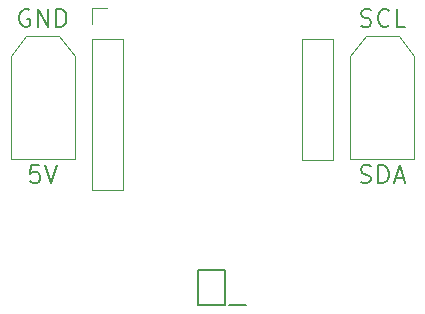
<source format=gbr>
%TF.GenerationSoftware,KiCad,Pcbnew,(7.0.0)*%
%TF.CreationDate,2024-02-03T20:31:02+01:00*%
%TF.ProjectId,Helios_IMU_M,48656c69-6f73-45f4-994d-555f4d2e6b69,rev?*%
%TF.SameCoordinates,PX9058260PY5c4edc0*%
%TF.FileFunction,Legend,Top*%
%TF.FilePolarity,Positive*%
%FSLAX46Y46*%
G04 Gerber Fmt 4.6, Leading zero omitted, Abs format (unit mm)*
G04 Created by KiCad (PCBNEW (7.0.0)) date 2024-02-03 20:31:02*
%MOMM*%
%LPD*%
G01*
G04 APERTURE LIST*
%ADD10C,0.150000*%
%ADD11C,0.120000*%
%ADD12C,0.200000*%
G04 APERTURE END LIST*
D10*
%TO.C,J4*%
X12557572Y-7065642D02*
X12771858Y-7137071D01*
X12771858Y-7137071D02*
X13129000Y-7137071D01*
X13129000Y-7137071D02*
X13271858Y-7065642D01*
X13271858Y-7065642D02*
X13343286Y-6994214D01*
X13343286Y-6994214D02*
X13414715Y-6851357D01*
X13414715Y-6851357D02*
X13414715Y-6708500D01*
X13414715Y-6708500D02*
X13343286Y-6565642D01*
X13343286Y-6565642D02*
X13271858Y-6494214D01*
X13271858Y-6494214D02*
X13129000Y-6422785D01*
X13129000Y-6422785D02*
X12843286Y-6351357D01*
X12843286Y-6351357D02*
X12700429Y-6279928D01*
X12700429Y-6279928D02*
X12629000Y-6208500D01*
X12629000Y-6208500D02*
X12557572Y-6065642D01*
X12557572Y-6065642D02*
X12557572Y-5922785D01*
X12557572Y-5922785D02*
X12629000Y-5779928D01*
X12629000Y-5779928D02*
X12700429Y-5708500D01*
X12700429Y-5708500D02*
X12843286Y-5637071D01*
X12843286Y-5637071D02*
X13200429Y-5637071D01*
X13200429Y-5637071D02*
X13414715Y-5708500D01*
X14057571Y-7137071D02*
X14057571Y-5637071D01*
X14057571Y-5637071D02*
X14414714Y-5637071D01*
X14414714Y-5637071D02*
X14629000Y-5708500D01*
X14629000Y-5708500D02*
X14771857Y-5851357D01*
X14771857Y-5851357D02*
X14843286Y-5994214D01*
X14843286Y-5994214D02*
X14914714Y-6279928D01*
X14914714Y-6279928D02*
X14914714Y-6494214D01*
X14914714Y-6494214D02*
X14843286Y-6779928D01*
X14843286Y-6779928D02*
X14771857Y-6922785D01*
X14771857Y-6922785D02*
X14629000Y-7065642D01*
X14629000Y-7065642D02*
X14414714Y-7137071D01*
X14414714Y-7137071D02*
X14057571Y-7137071D01*
X15486143Y-6708500D02*
X16200429Y-6708500D01*
X15343286Y-7137071D02*
X15843286Y-5637071D01*
X15843286Y-5637071D02*
X16343286Y-7137071D01*
X12593286Y6165358D02*
X12807572Y6093929D01*
X12807572Y6093929D02*
X13164714Y6093929D01*
X13164714Y6093929D02*
X13307572Y6165358D01*
X13307572Y6165358D02*
X13379000Y6236786D01*
X13379000Y6236786D02*
X13450429Y6379643D01*
X13450429Y6379643D02*
X13450429Y6522500D01*
X13450429Y6522500D02*
X13379000Y6665358D01*
X13379000Y6665358D02*
X13307572Y6736786D01*
X13307572Y6736786D02*
X13164714Y6808215D01*
X13164714Y6808215D02*
X12879000Y6879643D01*
X12879000Y6879643D02*
X12736143Y6951072D01*
X12736143Y6951072D02*
X12664714Y7022500D01*
X12664714Y7022500D02*
X12593286Y7165358D01*
X12593286Y7165358D02*
X12593286Y7308215D01*
X12593286Y7308215D02*
X12664714Y7451072D01*
X12664714Y7451072D02*
X12736143Y7522500D01*
X12736143Y7522500D02*
X12879000Y7593929D01*
X12879000Y7593929D02*
X13236143Y7593929D01*
X13236143Y7593929D02*
X13450429Y7522500D01*
X14950428Y6236786D02*
X14879000Y6165358D01*
X14879000Y6165358D02*
X14664714Y6093929D01*
X14664714Y6093929D02*
X14521857Y6093929D01*
X14521857Y6093929D02*
X14307571Y6165358D01*
X14307571Y6165358D02*
X14164714Y6308215D01*
X14164714Y6308215D02*
X14093285Y6451072D01*
X14093285Y6451072D02*
X14021857Y6736786D01*
X14021857Y6736786D02*
X14021857Y6951072D01*
X14021857Y6951072D02*
X14093285Y7236786D01*
X14093285Y7236786D02*
X14164714Y7379643D01*
X14164714Y7379643D02*
X14307571Y7522500D01*
X14307571Y7522500D02*
X14521857Y7593929D01*
X14521857Y7593929D02*
X14664714Y7593929D01*
X14664714Y7593929D02*
X14879000Y7522500D01*
X14879000Y7522500D02*
X14950428Y7451072D01*
X16307571Y6093929D02*
X15593285Y6093929D01*
X15593285Y6093929D02*
X15593285Y7593929D01*
%TO.C,J3*%
X-14641714Y-5637071D02*
X-15356000Y-5637071D01*
X-15356000Y-5637071D02*
X-15427428Y-6351357D01*
X-15427428Y-6351357D02*
X-15356000Y-6279928D01*
X-15356000Y-6279928D02*
X-15213142Y-6208500D01*
X-15213142Y-6208500D02*
X-14856000Y-6208500D01*
X-14856000Y-6208500D02*
X-14713142Y-6279928D01*
X-14713142Y-6279928D02*
X-14641714Y-6351357D01*
X-14641714Y-6351357D02*
X-14570285Y-6494214D01*
X-14570285Y-6494214D02*
X-14570285Y-6851357D01*
X-14570285Y-6851357D02*
X-14641714Y-6994214D01*
X-14641714Y-6994214D02*
X-14713142Y-7065642D01*
X-14713142Y-7065642D02*
X-14856000Y-7137071D01*
X-14856000Y-7137071D02*
X-15213142Y-7137071D01*
X-15213142Y-7137071D02*
X-15356000Y-7065642D01*
X-15356000Y-7065642D02*
X-15427428Y-6994214D01*
X-14141714Y-5637071D02*
X-13641714Y-7137071D01*
X-13641714Y-7137071D02*
X-13141714Y-5637071D01*
X-15498857Y7522500D02*
X-15641714Y7593929D01*
X-15641714Y7593929D02*
X-15856000Y7593929D01*
X-15856000Y7593929D02*
X-16070286Y7522500D01*
X-16070286Y7522500D02*
X-16213143Y7379643D01*
X-16213143Y7379643D02*
X-16284572Y7236786D01*
X-16284572Y7236786D02*
X-16356000Y6951072D01*
X-16356000Y6951072D02*
X-16356000Y6736786D01*
X-16356000Y6736786D02*
X-16284572Y6451072D01*
X-16284572Y6451072D02*
X-16213143Y6308215D01*
X-16213143Y6308215D02*
X-16070286Y6165358D01*
X-16070286Y6165358D02*
X-15856000Y6093929D01*
X-15856000Y6093929D02*
X-15713143Y6093929D01*
X-15713143Y6093929D02*
X-15498857Y6165358D01*
X-15498857Y6165358D02*
X-15427429Y6236786D01*
X-15427429Y6236786D02*
X-15427429Y6736786D01*
X-15427429Y6736786D02*
X-15713143Y6736786D01*
X-14784572Y6093929D02*
X-14784572Y7593929D01*
X-14784572Y7593929D02*
X-13927429Y6093929D01*
X-13927429Y6093929D02*
X-13927429Y7593929D01*
X-13213143Y6093929D02*
X-13213143Y7593929D01*
X-13213143Y7593929D02*
X-12856000Y7593929D01*
X-12856000Y7593929D02*
X-12641714Y7522500D01*
X-12641714Y7522500D02*
X-12498857Y7379643D01*
X-12498857Y7379643D02*
X-12427428Y7236786D01*
X-12427428Y7236786D02*
X-12356000Y6951072D01*
X-12356000Y6951072D02*
X-12356000Y6736786D01*
X-12356000Y6736786D02*
X-12427428Y6451072D01*
X-12427428Y6451072D02*
X-12498857Y6308215D01*
X-12498857Y6308215D02*
X-12641714Y6165358D01*
X-12641714Y6165358D02*
X-12856000Y6093929D01*
X-12856000Y6093929D02*
X-13213143Y6093929D01*
D11*
%TO.C,J4*%
X15789000Y5355000D02*
X12969000Y5355000D01*
X15789000Y5355000D02*
X17089000Y3655000D01*
X12969000Y5355000D02*
X11669000Y3655000D01*
X17089000Y3655000D02*
X17089000Y-5065000D01*
X11669000Y3655000D02*
X11669000Y-5065000D01*
X17089000Y-5065000D02*
X11669000Y-5065000D01*
%TO.C,J3*%
X-12946000Y5355000D02*
X-15766000Y5355000D01*
X-12946000Y5355000D02*
X-11646000Y3655000D01*
X-15766000Y5355000D02*
X-17066000Y3655000D01*
X-11646000Y3655000D02*
X-11646000Y-5065000D01*
X-17066000Y3655000D02*
X-17066000Y-5065000D01*
X-11646000Y-5065000D02*
X-17066000Y-5065000D01*
%TO.C,IMU1*%
X-10220000Y7680000D02*
X-8890000Y7680000D01*
X-10220000Y6350000D02*
X-10220000Y7680000D01*
X-10220000Y5080000D02*
X-10220000Y-7680000D01*
X-10220000Y5080000D02*
X-7560000Y5080000D01*
X-10220000Y-7680000D02*
X-7560000Y-7680000D01*
X-7560000Y5080000D02*
X-7560000Y-7680000D01*
X7560000Y5078000D02*
X7560000Y-5140000D01*
X7560000Y5078000D02*
X10220000Y5078000D01*
X7560000Y-5140000D02*
X10220000Y-5140000D01*
X10220000Y5078000D02*
X10220000Y-5140000D01*
D12*
%TO.C,LTC4316*%
X2826000Y-17484000D02*
X1401000Y-17484000D01*
X1051000Y-17484000D02*
X-1249000Y-17484000D01*
X1051000Y-14484000D02*
X1051000Y-17484000D01*
X-1249000Y-17484000D02*
X-1249000Y-14484000D01*
X-1249000Y-14484000D02*
X1051000Y-14484000D01*
%TD*%
M02*

</source>
